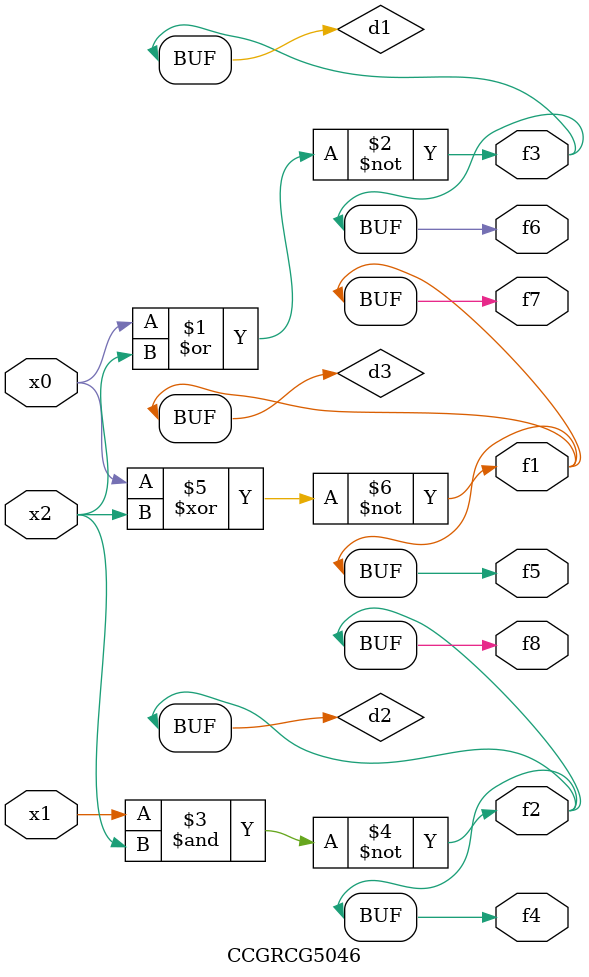
<source format=v>
module CCGRCG5046(
	input x0, x1, x2,
	output f1, f2, f3, f4, f5, f6, f7, f8
);

	wire d1, d2, d3;

	nor (d1, x0, x2);
	nand (d2, x1, x2);
	xnor (d3, x0, x2);
	assign f1 = d3;
	assign f2 = d2;
	assign f3 = d1;
	assign f4 = d2;
	assign f5 = d3;
	assign f6 = d1;
	assign f7 = d3;
	assign f8 = d2;
endmodule

</source>
